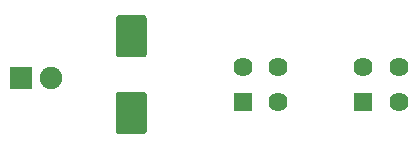
<source format=gbr>
%TF.GenerationSoftware,KiCad,Pcbnew,(5.1.6)-1*%
%TF.CreationDate,2020-11-25T11:28:29+11:00*%
%TF.ProjectId,SNSR Panel PCB V1,534e5352-2050-4616-9e65-6c2050434220,rev?*%
%TF.SameCoordinates,Original*%
%TF.FileFunction,Soldermask,Bot*%
%TF.FilePolarity,Negative*%
%FSLAX46Y46*%
G04 Gerber Fmt 4.6, Leading zero omitted, Abs format (unit mm)*
G04 Created by KiCad (PCBNEW (5.1.6)-1) date 2020-11-25 11:28:29*
%MOMM*%
%LPD*%
G01*
G04 APERTURE LIST*
%ADD10C,1.620000*%
%ADD11R,1.620000X1.620000*%
%ADD12C,1.900000*%
%ADD13R,1.900000X1.900000*%
G04 APERTURE END LIST*
D10*
%TO.C,J2*%
X156694999Y-114526001D03*
X153695000Y-114526001D03*
X156694999Y-117526000D03*
D11*
X153695000Y-117526000D03*
%TD*%
D10*
%TO.C,J1*%
X166931999Y-114526001D03*
X163932000Y-114526001D03*
X166931999Y-117526000D03*
D11*
X163932000Y-117526000D03*
%TD*%
D12*
%TO.C,D1*%
X137490000Y-115443000D03*
D13*
X134950000Y-115443000D03*
%TD*%
%TO.C,C1*%
G36*
G01*
X145312000Y-113739000D02*
X143232000Y-113739000D01*
G75*
G02*
X142972000Y-113479000I0J260000D01*
G01*
X142972000Y-110399000D01*
G75*
G02*
X143232000Y-110139000I260000J0D01*
G01*
X145312000Y-110139000D01*
G75*
G02*
X145572000Y-110399000I0J-260000D01*
G01*
X145572000Y-113479000D01*
G75*
G02*
X145312000Y-113739000I-260000J0D01*
G01*
G37*
G36*
G01*
X145312000Y-120239000D02*
X143232000Y-120239000D01*
G75*
G02*
X142972000Y-119979000I0J260000D01*
G01*
X142972000Y-116899000D01*
G75*
G02*
X143232000Y-116639000I260000J0D01*
G01*
X145312000Y-116639000D01*
G75*
G02*
X145572000Y-116899000I0J-260000D01*
G01*
X145572000Y-119979000D01*
G75*
G02*
X145312000Y-120239000I-260000J0D01*
G01*
G37*
%TD*%
M02*

</source>
